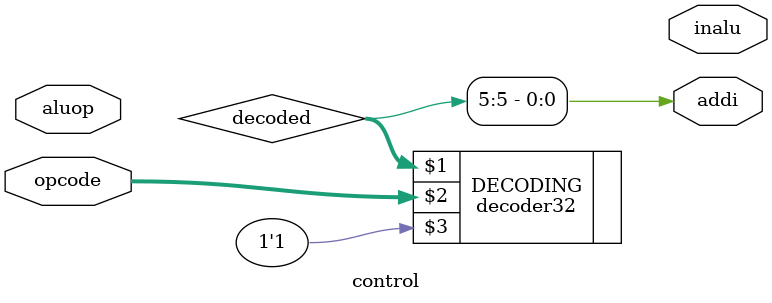
<source format=v>
module control(addi, inalu, opcode, aluop);
    input [4:0] opcode, aluop;
    output inalu;
    output addi;
    wire inalu;
    wire [31:0] decoded;
    decoder32 DECODING(decoded, opcode, 1'b1);
    assign addi = decoded[5];
    
    
endmodule
</source>
